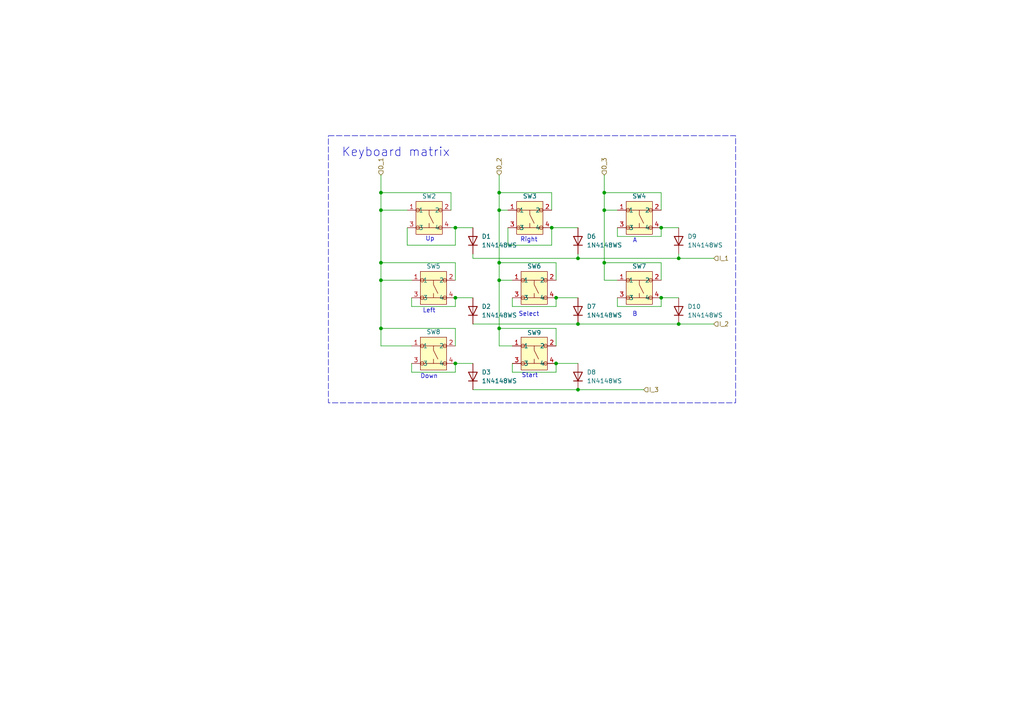
<source format=kicad_sch>
(kicad_sch (version 20250114) (generator "eeschema") (generator_version "9.0")
  (paper "A4")
  (lib_symbols
    (symbol "Diode:1N4148WS" (pin_numbers (hide yes)) (pin_names (hide yes))
      (property "Reference" "D" (at 0 2.54 0))
      (property "Value" "1N4148WS" (at 0 -2.54 0))
      (symbol "1N4148WS_0_1"
        (polyline (pts (xy -1.27 1.27) (xy -1.27 -1.27)) (stroke (width 0.254)))
        (polyline (pts (xy 1.27 1.27) (xy 1.27 -1.27) (xy -1.27 0) (xy 1.27 1.27)) (stroke (width 0.254)))
        (polyline (pts (xy 1.27 0) (xy -1.27 0)))
      )
      (symbol "1N4148WS_1_1"
        (pin passive line (at -3.81 0 0) (length 2.54) (name "K") (number "1"))
        (pin passive line (at 3.81 0 180) (length 2.54) (name "A") (number "2"))
      )
    )
    (symbol "PTS526_SK15_SMTR2_LFS:PTS526_SK15_SMTR2_LFS" (pin_names (offset 0.762))
      (property "Reference" "SW" (at -1.27 6.604 0))
      (symbol "PTS526_SK15_SMTR2_LFS_0_1"
        (polyline (pts (xy -3.81 2.54) (xy 3.81 2.54)))
        (polyline (pts (xy -3.81 -2.54) (xy 3.81 -2.54)))
        (circle (center -3.302 2.54) (radius 0.508))
        (circle (center -3.302 -2.54) (radius 0.508))
        (polyline (pts (xy 0 2.54) (xy 0 1.27) (xy 1.27 -1.27)))
        (polyline (pts (xy 0 -1.27) (xy 0 -2.54)))
        (circle (center 3.302 2.54) (radius 0.508))
        (circle (center 3.302 -2.54) (radius 0.508))
        (pin passive line (at -6.35 2.54 0) (length 2.54) (name "1") (number "1"))
        (pin passive line (at -6.35 -2.54 0) (length 2.54) (name "3") (number "3"))
        (pin passive line (at 6.35 2.54 180) (length 2.54) (name "2") (number "2"))
        (pin passive line (at 6.35 -2.54 180) (length 2.54) (name "4") (number "4"))
      )
      (symbol "PTS526_SK15_SMTR2_LFS_1_1"
        (rectangle (start -3.81 5.08) (end 3.81 -4.445) (fill (type background)))
      )
    )
  )
  (rectangle (start 95.25 39.37) (end 213.36 116.84) (stroke (width 0) (type dash)))
  (text "Left" (at 124.46 90.17 0) (effects (font (size 1.27 1.27))))
  (text "A" (at 184.15 69.85 0) (effects (font (size 1.27 1.27))))
  (text "Select" (at 153.416 91.186 0) (effects (font (size 1.27 1.27))))
  (text "B" (at 184.15 91.186 0) (effects (font (size 1.27 1.27))))
  (text "Keyboard matrix" (at 99.06 45.72 0) (effects (font (size 2.54 2.54)) (justify left bottom)))
  (text "Right" (at 153.416 69.596 0) (effects (font (size 1.27 1.27))))
  (text "Start" (at 153.67 108.966 0) (effects (font (size 1.27 1.27))))
  (text "Down" (at 124.46 109.22 0) (effects (font (size 1.27 1.27))))
  (text "Up" (at 124.714 69.342 0) (effects (font (size 1.27 1.27))))
  (junction (at 175.26 55.88))
  (junction (at 191.77 86.36))
  (junction (at 144.78 60.96))
  (junction (at 191.77 66.04))
  (junction (at 196.85 93.98))
  (junction (at 132.08 105.41))
  (junction (at 110.49 55.88))
  (junction (at 196.85 74.93))
  (junction (at 110.49 76.2))
  (junction (at 161.29 86.36))
  (junction (at 110.49 60.96))
  (junction (at 167.64 93.98))
  (junction (at 160.02 66.04))
  (junction (at 167.64 74.93))
  (junction (at 167.64 113.03))
  (junction (at 110.49 81.28))
  (junction (at 110.49 95.25))
  (junction (at 144.78 81.28))
  (junction (at 132.08 66.04))
  (junction (at 144.78 76.2))
  (junction (at 144.78 55.88))
  (junction (at 144.78 95.25))
  (junction (at 175.26 76.2))
  (junction (at 175.26 60.96))
  (junction (at 132.08 86.36))
  (junction (at 161.29 105.41))
  (wire (pts (xy 119.38 107.95) (xy 132.08 107.95)))
  (wire (pts (xy 167.64 113.03) (xy 186.69 113.03)))
  (wire (pts (xy 160.02 55.88) (xy 144.78 55.88)))
  (wire (pts (xy 160.02 71.12) (xy 160.02 66.04)))
  (wire (pts (xy 175.26 60.96) (xy 175.26 76.2)))
  (wire (pts (xy 119.38 105.41) (xy 119.38 107.95)))
  (wire (pts (xy 132.08 76.2) (xy 110.49 76.2)))
  (wire (pts (xy 161.29 86.36) (xy 167.64 86.36)))
  (wire (pts (xy 196.85 73.66) (xy 196.85 74.93)))
  (wire (pts (xy 179.07 66.04) (xy 179.07 68.58)))
  (wire (pts (xy 144.78 60.96) (xy 147.32 60.96)))
  (wire (pts (xy 175.26 55.88) (xy 191.77 55.88)))
  (wire (pts (xy 160.02 66.04) (xy 167.64 66.04)))
  (wire (pts (xy 130.81 55.88) (xy 110.49 55.88)))
  (wire (pts (xy 137.16 73.66) (xy 137.16 74.93)))
  (wire (pts (xy 191.77 76.2) (xy 175.26 76.2)))
  (wire (pts (xy 147.32 71.12) (xy 160.02 71.12)))
  (wire (pts (xy 130.81 66.04) (xy 132.08 66.04)))
  (wire (pts (xy 110.49 50.8) (xy 110.49 55.88)))
  (wire (pts (xy 144.78 100.33) (xy 148.59 100.33)))
  (wire (pts (xy 144.78 50.8) (xy 144.78 55.88)))
  (wire (pts (xy 196.85 93.98) (xy 207.01 93.98)))
  (wire (pts (xy 132.08 107.95) (xy 132.08 105.41)))
  (wire (pts (xy 167.64 93.98) (xy 196.85 93.98)))
  (wire (pts (xy 148.59 105.41) (xy 148.59 107.95)))
  (wire (pts (xy 161.29 105.41) (xy 167.64 105.41)))
  (wire (pts (xy 110.49 100.33) (xy 119.38 100.33)))
  (wire (pts (xy 132.08 95.25) (xy 110.49 95.25)))
  (wire (pts (xy 144.78 55.88) (xy 144.78 60.96)))
  (wire (pts (xy 191.77 66.04) (xy 196.85 66.04)))
  (wire (pts (xy 144.78 81.28) (xy 144.78 95.25)))
  (wire (pts (xy 137.16 74.93) (xy 167.64 74.93)))
  (wire (pts (xy 161.29 81.28) (xy 161.29 76.2)))
  (wire (pts (xy 179.07 88.9) (xy 191.77 88.9)))
  (wire (pts (xy 130.81 60.96) (xy 130.81 55.88)))
  (wire (pts (xy 160.02 60.96) (xy 160.02 55.88)))
  (wire (pts (xy 175.26 50.8) (xy 175.26 55.88)))
  (wire (pts (xy 110.49 60.96) (xy 110.49 76.2)))
  (wire (pts (xy 132.08 88.9) (xy 132.08 86.36)))
  (wire (pts (xy 161.29 95.25) (xy 144.78 95.25)))
  (wire (pts (xy 144.78 60.96) (xy 144.78 76.2)))
  (wire (pts (xy 110.49 60.96) (xy 118.11 60.96)))
  (wire (pts (xy 119.38 86.36) (xy 119.38 88.9)))
  (wire (pts (xy 167.64 73.66) (xy 167.64 74.93)))
  (wire (pts (xy 161.29 107.95) (xy 161.29 105.41)))
  (wire (pts (xy 144.78 95.25) (xy 144.78 100.33)))
  (wire (pts (xy 161.29 100.33) (xy 161.29 95.25)))
  (wire (pts (xy 110.49 76.2) (xy 110.49 81.28)))
  (wire (pts (xy 132.08 105.41) (xy 137.16 105.41)))
  (wire (pts (xy 118.11 71.12) (xy 132.08 71.12)))
  (wire (pts (xy 191.77 88.9) (xy 191.77 86.36)))
  (wire (pts (xy 132.08 100.33) (xy 132.08 95.25)))
  (wire (pts (xy 161.29 76.2) (xy 144.78 76.2)))
  (wire (pts (xy 147.32 66.04) (xy 147.32 71.12)))
  (wire (pts (xy 179.07 68.58) (xy 191.77 68.58)))
  (wire (pts (xy 148.59 86.36) (xy 148.59 88.9)))
  (wire (pts (xy 132.08 81.28) (xy 132.08 76.2)))
  (wire (pts (xy 132.08 71.12) (xy 132.08 66.04)))
  (wire (pts (xy 132.08 86.36) (xy 137.16 86.36)))
  (wire (pts (xy 175.26 55.88) (xy 175.26 60.96)))
  (wire (pts (xy 110.49 55.88) (xy 110.49 60.96)))
  (wire (pts (xy 144.78 81.28) (xy 148.59 81.28)))
  (wire (pts (xy 118.11 66.04) (xy 118.11 71.12)))
  (wire (pts (xy 137.16 113.03) (xy 167.64 113.03)))
  (wire (pts (xy 110.49 81.28) (xy 119.38 81.28)))
  (wire (pts (xy 167.64 74.93) (xy 196.85 74.93)))
  (wire (pts (xy 144.78 76.2) (xy 144.78 81.28)))
  (wire (pts (xy 191.77 81.28) (xy 191.77 76.2)))
  (wire (pts (xy 110.49 81.28) (xy 110.49 95.25)))
  (wire (pts (xy 196.85 74.93) (xy 207.01 74.93)))
  (wire (pts (xy 110.49 95.25) (xy 110.49 100.33)))
  (wire (pts (xy 175.26 81.28) (xy 179.07 81.28)))
  (wire (pts (xy 191.77 60.96) (xy 191.77 55.88)))
  (wire (pts (xy 119.38 88.9) (xy 132.08 88.9)))
  (wire (pts (xy 179.07 86.36) (xy 179.07 88.9)))
  (wire (pts (xy 132.08 66.04) (xy 137.16 66.04)))
  (wire (pts (xy 175.26 60.96) (xy 179.07 60.96)))
  (wire (pts (xy 191.77 86.36) (xy 196.85 86.36)))
  (wire (pts (xy 137.16 93.98) (xy 167.64 93.98)))
  (wire (pts (xy 175.26 76.2) (xy 175.26 81.28)))
  (wire (pts (xy 191.77 68.58) (xy 191.77 66.04)))
  (wire (pts (xy 148.59 107.95) (xy 161.29 107.95)))
  (wire (pts (xy 148.59 88.9) (xy 161.29 88.9)))
  (wire (pts (xy 161.29 88.9) (xy 161.29 86.36)))
  (hierarchical_label "O_3" (shape input) (at 175.26 50.8 90))
  (hierarchical_label "I_1" (shape input) (at 207.01 74.93 0))
  (hierarchical_label "I_2" (shape input) (at 207.01 93.98 0))
  (hierarchical_label "O_2" (shape input) (at 144.78 50.8 90))
  (hierarchical_label "I_3" (shape input) (at 186.69 113.03 0))
  (hierarchical_label "O_1" (shape input) (at 110.49 50.8 90))
  (symbol (lib_id "PTS526_SK15_SMTR2_LFS:PTS526_SK15_SMTR2_LFS") (at 154.94 83.82 0) (unit 1)
    (property "Reference" "SW6" (at 154.94 77.216 0))
    (property "Value" "PTS526_SK15_SMTR2_LFS" (effects (hide yes)))
    (property "Footprint" "footprints:PTS526SK15SMTR2LFS" (effects (hide yes)))
    (property "Datasheet" "https://www.ckswitches.com/media/2780/pts526.pdf" (effects (hide yes)))
    (property "Description" "Tact 5.2 x 5.2, 1.5 mm H, 260gf, G leads, No ground pin, metal actuator" (effects (hide yes)))
    (property "Height" "1.65" (effects (hide yes)))
    (property "Manufacturer_Name" "C & K COMPONENTS" (effects (hide yes)))
    (property "Manufacturer_Part_Number" "PTS526 SK15 SMTR2 LFS" (effects (hide yes)))
    (property "Mouser Part Number" "611-PTS526SK15SMR2L" (effects (hide yes)))
    (property "Mouser Price/Stock" "https://www.mouser.co.uk/ProductDetail/CK/PTS526-SK15-SMTR2-LFS?qs=UXgszm6BlbF5Ezp94JAQtw%3D%3D" (effects (hide yes)))
    (property "Arrow Part Number" "PTS526 SK15 SMTR2 LFS" (effects (hide yes)))
    (property "Arrow Price/Stock" "https://www.arrow.com/en/products/pts526-sk15-smtr2-lfs/ck?region=nac" (effects (hide yes)))
  )
  (symbol (lib_id "Diode:1N4148WS") (at 137.16 69.85 90) (unit 1)
    (property "Reference" "D1" (at 139.7 68.58 90) (effects (justify right)))
    (property "Value" "1N4148WS" (at 139.7 71.12 90) (effects (justify right)))
    (property "Footprint" "Diode_SMD:D_SOD-323_HandSoldering" (effects (hide yes)))
    (property "Datasheet" "https://www.vishay.com/docs/85751/1n4148ws.pdf" (effects (hide yes)))
    (property "Sim.Device" "D" (effects (hide yes)))
    (property "Sim.Pins" "1=K 2=A" (effects (hide yes)))
    (instances (project "IFT-S3" (path "" (reference "D1") (unit 1))) (project "IFT-C3" (path "" (reference "D6") (unit 1))))
  )
  (symbol (lib_id "Diode:1N4148WS") (at 167.64 109.22 90) (unit 1)
    (property "Reference" "D8" (at 170.18 107.95 90) (effects (justify right)))
    (property "Value" "1N4148WS" (at 170.18 110.49 90) (effects (justify right)))
    (property "Footprint" "Diode_SMD:D_SOD-323_HandSoldering" (effects (hide yes)))
    (property "Datasheet" "https://www.vishay.com/docs/85751/1n4148ws.pdf" (effects (hide yes)))
    (property "Sim.Device" "D" (effects (hide yes)))
    (property "Sim.Pins" "1=K 2=A" (effects (hide yes)))
    (instances (project "IFT-S3" (path "" (reference "D8") (unit 1))) (project "IFT-C3" (path "" (reference "D13") (unit 1))))
  )
  (symbol (lib_id "PTS526_SK15_SMTR2_LFS:PTS526_SK15_SMTR2_LFS") (at 185.42 83.82 0) (unit 1)
    (property "Reference" "SW7" (at 185.42 77.216 0))
    (property "Value" "PTS526_SK15_SMTR2_LFS" (effects (hide yes)))
    (property "Footprint" "footprints:PTS526SK15SMTR2LFS" (effects (hide yes)))
    (property "Datasheet" "https://www.ckswitches.com/media/2780/pts526.pdf" (effects (hide yes)))
    (property "Description" "Tact 5.2 x 5.2, 1.5 mm H, 260gf, G leads, No ground pin, metal actuator" (effects (hide yes)))
    (property "Height" "1.65" (effects (hide yes)))
    (property "Manufacturer_Name" "C & K COMPONENTS" (effects (hide yes)))
    (property "Manufacturer_Part_Number" "PTS526 SK15 SMTR2 LFS" (effects (hide yes)))
    (property "Mouser Part Number" "611-PTS526SK15SMR2L" (effects (hide yes)))
    (property "Mouser Price/Stock" "https://www.mouser.co.uk/ProductDetail/CK/PTS526-SK15-SMTR2-LFS?qs=UXgszm6BlbF5Ezp94JAQtw%3D%3D" (effects (hide yes)))
    (property "Arrow Part Number" "PTS526 SK15 SMTR2 LFS" (effects (hide yes)))
    (property "Arrow Price/Stock" "https://www.arrow.com/en/products/pts526-sk15-smtr2-lfs/ck?region=nac" (effects (hide yes)))
  )
  (symbol (lib_id "Diode:1N4148WS") (at 167.64 90.17 90) (unit 1)
    (property "Reference" "D7" (at 170.18 88.9 90) (effects (justify right)))
    (property "Value" "1N4148WS" (at 170.18 91.44 90) (effects (justify right)))
    (property "Footprint" "Diode_SMD:D_SOD-323_HandSoldering" (effects (hide yes)))
    (property "Datasheet" "https://www.vishay.com/docs/85751/1n4148ws.pdf" (effects (hide yes)))
    (property "Sim.Device" "D" (effects (hide yes)))
    (property "Sim.Pins" "1=K 2=A" (effects (hide yes)))
    (instances (project "IFT-S3" (path "" (reference "D7") (unit 1))) (project "IFT-C3" (path "" (reference "D10") (unit 1))))
  )
  (symbol (lib_id "PTS526_SK15_SMTR2_LFS:PTS526_SK15_SMTR2_LFS") (at 153.67 63.5 0) (unit 1)
    (property "Reference" "SW3" (at 153.67 56.896 0))
    (property "Value" "PTS526_SK15_SMTR2_LFS" (effects (hide yes)))
    (property "Footprint" "footprints:PTS526SK15SMTR2LFS" (effects (hide yes)))
    (property "Datasheet" "https://www.ckswitches.com/media/2780/pts526.pdf" (effects (hide yes)))
    (property "Description" "Tact 5.2 x 5.2, 1.5 mm H, 260gf, G leads, No ground pin, metal actuator" (effects (hide yes)))
    (property "Height" "1.65" (effects (hide yes)))
    (property "Manufacturer_Name" "C & K COMPONENTS" (effects (hide yes)))
    (property "Manufacturer_Part_Number" "PTS526 SK15 SMTR2 LFS" (effects (hide yes)))
    (property "Mouser Part Number" "611-PTS526SK15SMR2L" (effects (hide yes)))
    (property "Mouser Price/Stock" "https://www.mouser.co.uk/ProductDetail/CK/PTS526-SK15-SMTR2-LFS?qs=UXgszm6BlbF5Ezp94JAQtw%3D%3D" (effects (hide yes)))
    (property "Arrow Part Number" "PTS526 SK15 SMTR2 LFS" (effects (hide yes)))
    (property "Arrow Price/Stock" "https://www.arrow.com/en/products/pts526-sk15-smtr2-lfs/ck?region=nac" (effects (hide yes)))
  )
  (symbol (lib_id "PTS526_SK15_SMTR2_LFS:PTS526_SK15_SMTR2_LFS") (at 154.94 102.87 0) (unit 1)
    (property "Reference" "SW9" (at 154.94 96.52 0))
    (property "Value" "PTS526_SK15_SMTR2_LFS" (effects (hide yes)))
    (property "Footprint" "footprints:PTS526SK15SMTR2LFS" (effects (hide yes)))
    (property "Datasheet" "https://www.ckswitches.com/media/2780/pts526.pdf" (effects (hide yes)))
    (property "Description" "Tact 5.2 x 5.2, 1.5 mm H, 260gf, G leads, No ground pin, metal actuator" (effects (hide yes)))
    (property "Height" "1.65" (effects (hide yes)))
    (property "Manufacturer_Name" "C & K COMPONENTS" (effects (hide yes)))
    (property "Manufacturer_Part_Number" "PTS526 SK15 SMTR2 LFS" (effects (hide yes)))
    (property "Mouser Part Number" "611-PTS526SK15SMR2L" (effects (hide yes)))
    (property "Mouser Price/Stock" "https://www.mouser.co.uk/ProductDetail/CK/PTS526-SK15-SMTR2-LFS?qs=UXgszm6BlbF5Ezp94JAQtw%3D%3D" (effects (hide yes)))
    (property "Arrow Part Number" "PTS526 SK15 SMTR2 LFS" (effects (hide yes)))
    (property "Arrow Price/Stock" "https://www.arrow.com/en/products/pts526-sk15-smtr2-lfs/ck?region=nac" (effects (hide yes)))
  )
  (symbol (lib_id "PTS526_SK15_SMTR2_LFS:PTS526_SK15_SMTR2_LFS") (at 125.73 102.87 0) (unit 1)
    (property "Reference" "SW8" (at 125.73 96.266 0))
    (property "Value" "PTS526_SK15_SMTR2_LFS" (effects (hide yes)))
    (property "Footprint" "footprints:PTS526SK15SMTR2LFS" (effects (hide yes)))
    (property "Datasheet" "https://www.ckswitches.com/media/2780/pts526.pdf" (effects (hide yes)))
    (property "Description" "Tact 5.2 x 5.2, 1.5 mm H, 260gf, G leads, No ground pin, metal actuator" (effects (hide yes)))
    (property "Height" "1.65" (effects (hide yes)))
    (property "Manufacturer_Name" "C & K COMPONENTS" (effects (hide yes)))
    (property "Manufacturer_Part_Number" "PTS526 SK15 SMTR2 LFS" (effects (hide yes)))
    (property "Mouser Part Number" "611-PTS526SK15SMR2L" (effects (hide yes)))
    (property "Mouser Price/Stock" "https://www.mouser.co.uk/ProductDetail/CK/PTS526-SK15-SMTR2-LFS?qs=UXgszm6BlbF5Ezp94JAQtw%3D%3D" (effects (hide yes)))
    (property "Arrow Part Number" "PTS526 SK15 SMTR2 LFS" (effects (hide yes)))
    (property "Arrow Price/Stock" "https://www.arrow.com/en/products/pts526-sk15-smtr2-lfs/ck?region=nac" (effects (hide yes)))
  )
  (symbol (lib_id "Diode:1N4148WS") (at 196.85 69.85 90) (unit 1)
    (property "Reference" "D9" (at 199.39 68.58 90) (effects (justify right)))
    (property "Value" "1N4148WS" (at 199.39 71.12 90) (effects (justify right)))
    (property "Footprint" "Diode_SMD:D_SOD-323_HandSoldering" (effects (hide yes)))
    (property "Datasheet" "https://www.vishay.com/docs/85751/1n4148ws.pdf" (effects (hide yes)))
    (property "Sim.Device" "D" (effects (hide yes)))
    (property "Sim.Pins" "1=K 2=A" (effects (hide yes)))
    (instances (project "IFT-S3" (path "" (reference "D9") (unit 1))) (project "IFT-C3" (path "" (reference "D8") (unit 1))))
  )
  (symbol (lib_id "PTS526_SK15_SMTR2_LFS:PTS526_SK15_SMTR2_LFS") (at 125.73 83.82 0) (unit 1)
    (property "Reference" "SW5" (at 125.73 77.216 0))
    (property "Value" "PTS526_SK15_SMTR2_LFS" (effects (hide yes)))
    (property "Footprint" "footprints:PTS526SK15SMTR2LFS" (effects (hide yes)))
    (property "Datasheet" "https://www.ckswitches.com/media/2780/pts526.pdf" (effects (hide yes)))
    (property "Description" "Tact 5.2 x 5.2, 1.5 mm H, 260gf, G leads, No ground pin, metal actuator" (effects (hide yes)))
    (property "Height" "1.65" (effects (hide yes)))
    (property "Manufacturer_Name" "C & K COMPONENTS" (effects (hide yes)))
    (property "Manufacturer_Part_Number" "PTS526 SK15 SMTR2 LFS" (effects (hide yes)))
    (property "Mouser Part Number" "611-PTS526SK15SMR2L" (effects (hide yes)))
    (property "Mouser Price/Stock" "https://www.mouser.co.uk/ProductDetail/CK/PTS526-SK15-SMTR2-LFS?qs=UXgszm6BlbF5Ezp94JAQtw%3D%3D" (effects (hide yes)))
    (property "Arrow Part Number" "PTS526 SK15 SMTR2 LFS" (effects (hide yes)))
    (property "Arrow Price/Stock" "https://www.arrow.com/en/products/pts526-sk15-smtr2-lfs/ck?region=nac" (effects (hide yes)))
  )
  (symbol (lib_id "Diode:1N4148WS") (at 196.85 90.17 90) (unit 1)
    (property "Reference" "D10" (at 199.39 88.9 90) (effects (justify right)))
    (property "Value" "1N4148WS" (at 199.39 91.44 90) (effects (justify right)))
    (property "Footprint" "Diode_SMD:D_SOD-323_HandSoldering" (effects (hide yes)))
    (property "Datasheet" "https://www.vishay.com/docs/85751/1n4148ws.pdf" (effects (hide yes)))
    (property "Sim.Device" "D" (effects (hide yes)))
    (property "Sim.Pins" "1=K 2=A" (effects (hide yes)))
    (instances (project "IFT-S3" (path "" (reference "D10") (unit 1))) (project "IFT-C3" (path "" (reference "D11") (unit 1))))
  )
  (symbol (lib_id "Diode:1N4148WS") (at 167.64 69.85 90) (unit 1)
    (property "Reference" "D6" (at 170.18 68.58 90) (effects (justify right)))
    (property "Value" "1N4148WS" (at 170.18 71.12 90) (effects (justify right)))
    (property "Footprint" "Diode_SMD:D_SOD-323_HandSoldering" (effects (hide yes)))
    (property "Datasheet" "https://www.vishay.com/docs/85751/1n4148ws.pdf" (effects (hide yes)))
    (property "Sim.Device" "D" (effects (hide yes)))
    (property "Sim.Pins" "1=K 2=A" (effects (hide yes)))
    (instances (project "IFT-S3" (path "" (reference "D6") (unit 1))) (project "IFT-C3" (path "" (reference "D7") (unit 1))))
  )
  (symbol (lib_id "PTS526_SK15_SMTR2_LFS:PTS526_SK15_SMTR2_LFS") (at 124.46 63.5 0) (unit 1)
    (property "Reference" "SW2" (at 124.46 56.896 0))
    (property "Value" "PTS526_SK15_SMTR2_LFS" (effects (hide yes)))
    (property "Footprint" "footprints:PTS526SK15SMTR2LFS" (effects (hide yes)))
    (property "Datasheet" "https://www.ckswitches.com/media/2780/pts526.pdf" (effects (hide yes)))
    (property "Description" "Tact 5.2 x 5.2, 1.5 mm H, 260gf, G leads, No ground pin, metal actuator" (effects (hide yes)))
    (property "Height" "1.65" (effects (hide yes)))
    (property "Manufacturer_Name" "C & K COMPONENTS" (effects (hide yes)))
    (property "Manufacturer_Part_Number" "PTS526 SK15 SMTR2 LFS" (effects (hide yes)))
    (property "Mouser Part Number" "611-PTS526SK15SMR2L" (effects (hide yes)))
    (property "Mouser Price/Stock" "https://www.mouser.co.uk/ProductDetail/CK/PTS526-SK15-SMTR2-LFS?qs=UXgszm6BlbF5Ezp94JAQtw%3D%3D" (effects (hide yes)))
    (property "Arrow Part Number" "PTS526 SK15 SMTR2 LFS" (effects (hide yes)))
    (property "Arrow Price/Stock" "https://www.arrow.com/en/products/pts526-sk15-smtr2-lfs/ck?region=nac" (effects (hide yes)))
  )
  (symbol (lib_id "Diode:1N4148WS") (at 137.16 90.17 90) (unit 1)
    (property "Reference" "D2" (at 139.7 88.9 90) (effects (justify right)))
    (property "Value" "1N4148WS" (at 139.7 91.44 90) (effects (justify right)))
    (property "Footprint" "Diode_SMD:D_SOD-323_HandSoldering" (effects (hide yes)))
    (property "Datasheet" "https://www.vishay.com/docs/85751/1n4148ws.pdf" (effects (hide yes)))
    (property "Sim.Device" "D" (effects (hide yes)))
    (property "Sim.Pins" "1=K 2=A" (effects (hide yes)))
    (instances (project "IFT-S3" (path "" (reference "D2") (unit 1))) (project "IFT-C3" (path "" (reference "D9") (unit 1))))
  )
  (symbol (lib_id "PTS526_SK15_SMTR2_LFS:PTS526_SK15_SMTR2_LFS") (at 185.42 63.5 0) (unit 1)
    (property "Reference" "SW4" (at 185.42 56.896 0))
    (property "Value" "PTS526_SK15_SMTR2_LFS" (effects (hide yes)))
    (property "Footprint" "footprints:PTS526SK15SMTR2LFS" (effects (hide yes)))
    (property "Datasheet" "https://www.ckswitches.com/media/2780/pts526.pdf" (effects (hide yes)))
    (property "Description" "Tact 5.2 x 5.2, 1.5 mm H, 260gf, G leads, No ground pin, metal actuator" (effects (hide yes)))
    (property "Height" "1.65" (effects (hide yes)))
    (property "Manufacturer_Name" "C & K COMPONENTS" (effects (hide yes)))
    (property "Manufacturer_Part_Number" "PTS526 SK15 SMTR2 LFS" (effects (hide yes)))
    (property "Mouser Part Number" "611-PTS526SK15SMR2L" (effects (hide yes)))
    (property "Mouser Price/Stock" "https://www.mouser.co.uk/ProductDetail/CK/PTS526-SK15-SMTR2-LFS?qs=UXgszm6BlbF5Ezp94JAQtw%3D%3D" (effects (hide yes)))
    (property "Arrow Part Number" "PTS526 SK15 SMTR2 LFS" (effects (hide yes)))
    (property "Arrow Price/Stock" "https://www.arrow.com/en/products/pts526-sk15-smtr2-lfs/ck?region=nac" (effects (hide yes)))
  )
  (symbol (lib_id "Diode:1N4148WS") (at 137.16 109.22 90) (unit 1)
    (property "Reference" "D3" (at 139.7 107.95 90) (effects (justify right)))
    (property "Value" "1N4148WS" (at 139.7 110.49 90) (effects (justify right)))
    (property "Footprint" "Diode_SMD:D_SOD-323_HandSoldering" (effects (hide yes)))
    (property "Datasheet" "https://www.vishay.com/docs/85751/1n4148ws.pdf" (effects (hide yes)))
    (property "Sim.Device" "D" (effects (hide yes)))
    (property "Sim.Pins" "1=K 2=A" (effects (hide yes)))
    (instances (project "IFT-S3" (path "" (reference "D3") (unit 1))) (project "IFT-C3" (path "" (reference "D12") (unit 1))))
  )
)
</source>
